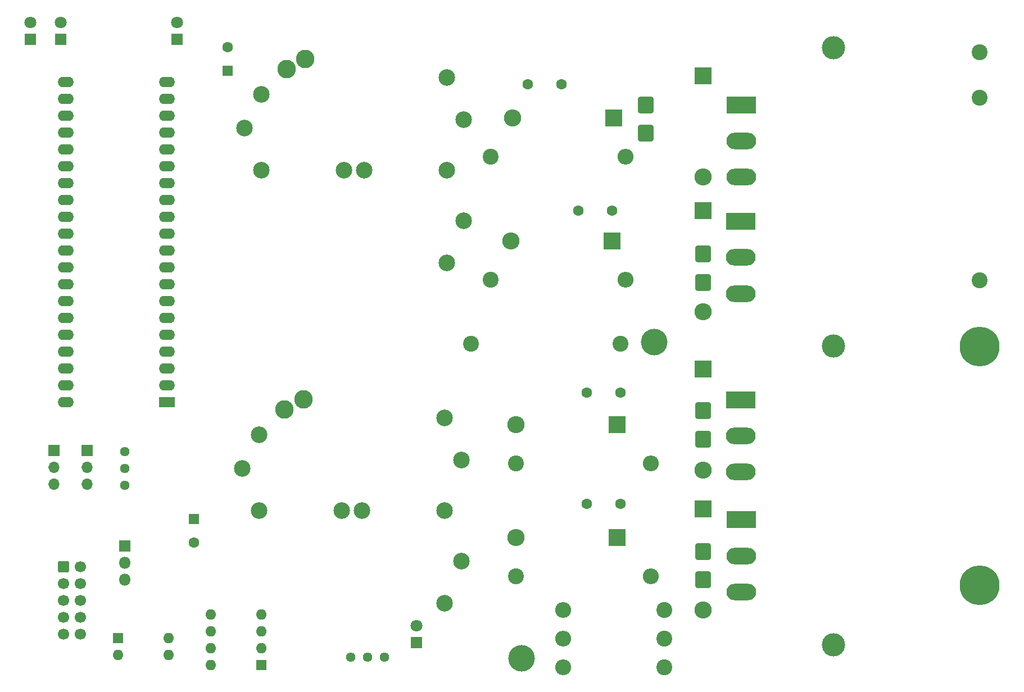
<source format=gts>
G04 #@! TF.GenerationSoftware,KiCad,Pcbnew,7.0.2*
G04 #@! TF.CreationDate,2023-10-09T18:02:17+02:00*
G04 #@! TF.ProjectId,Module_1,4d6f6475-6c65-45f3-912e-6b696361645f,rev?*
G04 #@! TF.SameCoordinates,Original*
G04 #@! TF.FileFunction,Soldermask,Top*
G04 #@! TF.FilePolarity,Negative*
%FSLAX46Y46*%
G04 Gerber Fmt 4.6, Leading zero omitted, Abs format (unit mm)*
G04 Created by KiCad (PCBNEW 7.0.2) date 2023-10-09 18:02:17*
%MOMM*%
%LPD*%
G01*
G04 APERTURE LIST*
G04 Aperture macros list*
%AMRoundRect*
0 Rectangle with rounded corners*
0 $1 Rounding radius*
0 $2 $3 $4 $5 $6 $7 $8 $9 X,Y pos of 4 corners*
0 Add a 4 corners polygon primitive as box body*
4,1,4,$2,$3,$4,$5,$6,$7,$8,$9,$2,$3,0*
0 Add four circle primitives for the rounded corners*
1,1,$1+$1,$2,$3*
1,1,$1+$1,$4,$5*
1,1,$1+$1,$6,$7*
1,1,$1+$1,$8,$9*
0 Add four rect primitives between the rounded corners*
20,1,$1+$1,$2,$3,$4,$5,0*
20,1,$1+$1,$4,$5,$6,$7,0*
20,1,$1+$1,$6,$7,$8,$9,0*
20,1,$1+$1,$8,$9,$2,$3,0*%
G04 Aperture macros list end*
%ADD10C,2.400000*%
%ADD11O,2.400000X2.400000*%
%ADD12R,2.600000X2.600000*%
%ADD13O,2.600000X2.600000*%
%ADD14RoundRect,0.250000X-0.900000X1.000000X-0.900000X-1.000000X0.900000X-1.000000X0.900000X1.000000X0*%
%ADD15R,1.600000X1.600000*%
%ADD16C,1.600000*%
%ADD17C,3.500000*%
%ADD18RoundRect,0.250000X-0.600000X-0.600000X0.600000X-0.600000X0.600000X0.600000X-0.600000X0.600000X0*%
%ADD19C,1.700000*%
%ADD20R,1.800000X1.800000*%
%ADD21C,1.800000*%
%ADD22C,4.000000*%
%ADD23R,1.700000X1.700000*%
%ADD24O,1.700000X1.700000*%
%ADD25C,2.800000*%
%ADD26O,1.600000X1.600000*%
%ADD27C,1.440000*%
%ADD28O,1.800000X1.800000*%
%ADD29C,6.000000*%
%ADD30R,2.400000X1.600000*%
%ADD31O,2.400000X1.600000*%
%ADD32C,2.500000*%
%ADD33R,4.500000X2.500000*%
%ADD34O,4.500000X2.500000*%
G04 APERTURE END LIST*
D10*
X158496000Y-134366000D03*
D11*
X143256000Y-134366000D03*
D12*
X164338000Y-89408000D03*
D13*
X164338000Y-104648000D03*
D10*
X206000000Y-48500000D03*
X206000000Y-76000000D03*
D14*
X164338000Y-72018000D03*
X164338000Y-76318000D03*
D15*
X87630000Y-112012349D03*
D16*
X87630000Y-115512349D03*
D17*
X184000000Y-40900000D03*
D18*
X67985000Y-119160000D03*
D19*
X70525000Y-119160000D03*
X67985000Y-121700000D03*
X70525000Y-121700000D03*
X67985000Y-124240000D03*
X70525000Y-124240000D03*
X67985000Y-126780000D03*
X70525000Y-126780000D03*
X67985000Y-129320000D03*
X70525000Y-129320000D03*
D12*
X164338000Y-45212000D03*
D13*
X164338000Y-60452000D03*
D20*
X85090000Y-39629000D03*
D21*
X85090000Y-37089000D03*
D10*
X158496000Y-130048000D03*
D11*
X143256000Y-130048000D03*
D22*
X137000000Y-133000000D03*
D23*
X66525000Y-101635000D03*
D24*
X66525000Y-104175000D03*
X66525000Y-106715000D03*
D16*
X151852000Y-92964000D03*
X146852000Y-92964000D03*
D10*
X132334000Y-75946000D03*
D11*
X152654000Y-75946000D03*
D25*
X104394000Y-42672000D03*
X104140000Y-93980000D03*
D17*
X184000000Y-130900000D03*
D12*
X164338000Y-110490000D03*
D13*
X164338000Y-125730000D03*
D12*
X164338000Y-65532000D03*
D13*
X164338000Y-80772000D03*
D15*
X97780000Y-133975000D03*
D26*
X97780000Y-131435000D03*
X97780000Y-128895000D03*
X97780000Y-126355000D03*
X90160000Y-126355000D03*
X90160000Y-128895000D03*
X90160000Y-131435000D03*
X90160000Y-133975000D03*
D10*
X136144000Y-120650000D03*
D11*
X156464000Y-120650000D03*
D27*
X77216000Y-101844000D03*
X77216000Y-104384000D03*
X77216000Y-106924000D03*
D10*
X205994000Y-41656000D03*
D15*
X92710000Y-44394000D03*
D16*
X92710000Y-40894000D03*
D12*
X151384000Y-114808000D03*
D13*
X136144000Y-114808000D03*
D23*
X71525000Y-101635000D03*
D24*
X71525000Y-104175000D03*
X71525000Y-106715000D03*
D20*
X121158000Y-130561000D03*
D21*
X121158000Y-128021000D03*
D10*
X158496000Y-125730000D03*
D11*
X143256000Y-125730000D03*
D20*
X67564000Y-39629000D03*
D21*
X67564000Y-37089000D03*
D20*
X77216000Y-116078000D03*
D28*
X77216000Y-118618000D03*
X77216000Y-121158000D03*
D14*
X164338000Y-116858000D03*
X164338000Y-121158000D03*
D16*
X142962000Y-46482000D03*
X137962000Y-46482000D03*
D29*
X206000000Y-122000000D03*
X206000000Y-86000000D03*
D20*
X62992000Y-39629000D03*
D21*
X62992000Y-37089000D03*
D10*
X132334000Y-57404000D03*
D11*
X152654000Y-57404000D03*
D12*
X150622000Y-70104000D03*
D13*
X135382000Y-70104000D03*
D10*
X151892000Y-85598000D03*
X129392000Y-85598000D03*
D30*
X83525000Y-94340000D03*
D31*
X83525000Y-91800000D03*
X83525000Y-89260000D03*
X83525000Y-86720000D03*
X83525000Y-84180000D03*
X83525000Y-81640000D03*
X83525000Y-79100000D03*
X83525000Y-76560000D03*
X83525000Y-74020000D03*
X83525000Y-71480000D03*
X83525000Y-68940000D03*
X83525000Y-66400000D03*
X83525000Y-63860000D03*
X83525000Y-61320000D03*
X83525000Y-58780000D03*
X83525000Y-56240000D03*
X83525000Y-53700000D03*
X83525000Y-51160000D03*
X83525000Y-48620000D03*
X83525000Y-46080000D03*
X68285000Y-46080000D03*
X68285000Y-48620000D03*
X68285000Y-51160000D03*
X68285000Y-53700000D03*
X68285000Y-56240000D03*
X68285000Y-58780000D03*
X68285000Y-61320000D03*
X68285000Y-63860000D03*
X68285000Y-66400000D03*
X68285000Y-68940000D03*
X68285000Y-71480000D03*
X68285000Y-74020000D03*
X68285000Y-76560000D03*
X68285000Y-79100000D03*
X68285000Y-81640000D03*
X68285000Y-84180000D03*
X68285000Y-86720000D03*
X68285000Y-89260000D03*
X68285000Y-91800000D03*
X68285000Y-94340000D03*
D16*
X150582000Y-65532000D03*
X145582000Y-65532000D03*
D15*
X76210000Y-129965000D03*
D26*
X76210000Y-132505000D03*
X83830000Y-132505000D03*
X83830000Y-129965000D03*
D14*
X164338000Y-95640000D03*
X164338000Y-99940000D03*
D12*
X151384000Y-97790000D03*
D13*
X136144000Y-97790000D03*
D12*
X150876000Y-51562000D03*
D13*
X135636000Y-51562000D03*
D14*
X155702000Y-49548000D03*
X155702000Y-53848000D03*
D10*
X136144000Y-103632000D03*
D11*
X156464000Y-103632000D03*
D32*
X97490000Y-99316000D03*
D25*
X101300000Y-95506000D03*
D32*
X94950000Y-104396000D03*
X125430000Y-96776000D03*
X127970000Y-103126000D03*
X127970000Y-118366000D03*
X125430000Y-124716000D03*
X112984000Y-110746000D03*
X109936000Y-110746000D03*
X97490000Y-110746000D03*
X125430000Y-110746000D03*
D16*
X151852000Y-109728000D03*
X146852000Y-109728000D03*
D17*
X184000000Y-85900000D03*
D32*
X97790000Y-48006000D03*
D25*
X101600000Y-44196000D03*
D32*
X95250000Y-53086000D03*
X125730000Y-45466000D03*
X128270000Y-51816000D03*
X128270000Y-67056000D03*
X125730000Y-73406000D03*
X113284000Y-59436000D03*
X110236000Y-59436000D03*
X97790000Y-59436000D03*
X125730000Y-59436000D03*
D22*
X156972000Y-85344000D03*
D27*
X111252000Y-132842000D03*
X113792000Y-132842000D03*
X116332000Y-132842000D03*
D33*
X170110000Y-49550000D03*
D34*
X170110000Y-55000000D03*
X170110000Y-60450000D03*
D33*
X170000000Y-94000000D03*
D34*
X170000000Y-99450000D03*
X170000000Y-104900000D03*
D33*
X170000000Y-67100000D03*
D34*
X170000000Y-72550000D03*
X170000000Y-78000000D03*
D33*
X170110000Y-112100000D03*
D34*
X170110000Y-117550000D03*
X170110000Y-123000000D03*
M02*

</source>
